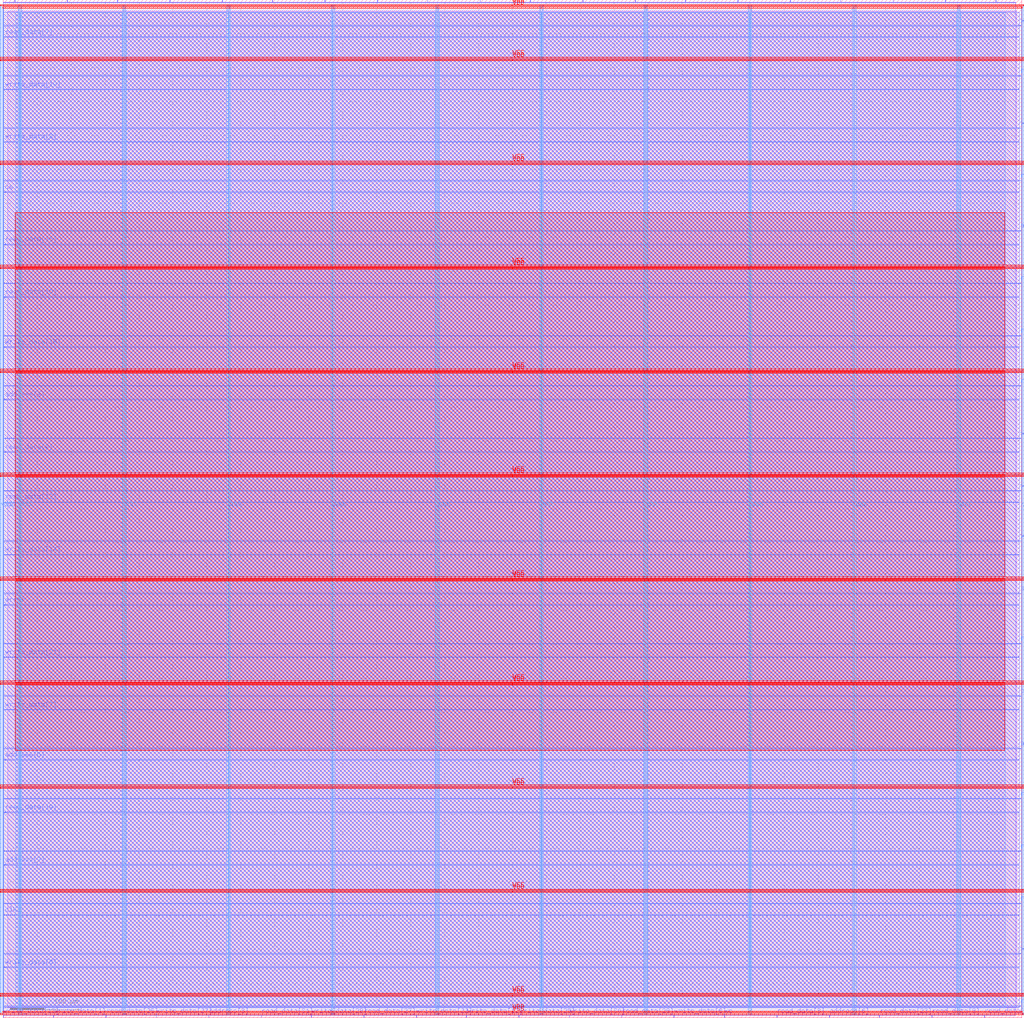
<source format=lef>
VERSION 5.7 ;
  NOWIREEXTENSIONATPIN ON ;
  DIVIDERCHAR "/" ;
  BUSBITCHARS "[]" ;
MACRO top_tukka_proj
  CLASS BLOCK ;
  FOREIGN top_tukka_proj ;
  ORIGIN 0.000 0.000 ;
  SIZE 1500.000 BY 1500.000 ;
  PIN VDD
    DIRECTION INOUT ;
    USE POWER ;
    PORT
      LAYER Metal4 ;
        RECT -0.880 8.080 0.720 1489.360 ;
    END
    PORT
      LAYER Metal5 ;
        RECT -0.880 8.080 1500.560 9.680 ;
    END
    PORT
      LAYER Metal5 ;
        RECT -0.880 1487.760 1500.560 1489.360 ;
    END
    PORT
      LAYER Metal4 ;
        RECT 1498.960 8.080 1500.560 1489.360 ;
    END
    PORT
      LAYER Metal4 ;
        RECT 22.240 4.780 23.840 1492.660 ;
    END
    PORT
      LAYER Metal4 ;
        RECT 175.840 4.780 177.440 1492.660 ;
    END
    PORT
      LAYER Metal4 ;
        RECT 329.440 4.780 331.040 1492.660 ;
    END
    PORT
      LAYER Metal4 ;
        RECT 483.040 4.780 484.640 1492.660 ;
    END
    PORT
      LAYER Metal4 ;
        RECT 636.640 4.780 638.240 1492.660 ;
    END
    PORT
      LAYER Metal4 ;
        RECT 790.240 4.780 791.840 1492.660 ;
    END
    PORT
      LAYER Metal4 ;
        RECT 943.840 4.780 945.440 1492.660 ;
    END
    PORT
      LAYER Metal4 ;
        RECT 1097.440 4.780 1099.040 1492.660 ;
    END
    PORT
      LAYER Metal4 ;
        RECT 1251.040 4.780 1252.640 1492.660 ;
    END
    PORT
      LAYER Metal4 ;
        RECT 1404.640 4.780 1406.240 1492.660 ;
    END
    PORT
      LAYER Metal5 ;
        RECT -4.180 31.530 1503.860 33.130 ;
    END
    PORT
      LAYER Metal5 ;
        RECT -4.180 184.710 1503.860 186.310 ;
    END
    PORT
      LAYER Metal5 ;
        RECT -4.180 337.890 1503.860 339.490 ;
    END
    PORT
      LAYER Metal5 ;
        RECT -4.180 491.070 1503.860 492.670 ;
    END
    PORT
      LAYER Metal5 ;
        RECT -4.180 644.250 1503.860 645.850 ;
    END
    PORT
      LAYER Metal5 ;
        RECT -4.180 797.430 1503.860 799.030 ;
    END
    PORT
      LAYER Metal5 ;
        RECT -4.180 950.610 1503.860 952.210 ;
    END
    PORT
      LAYER Metal5 ;
        RECT -4.180 1103.790 1503.860 1105.390 ;
    END
    PORT
      LAYER Metal5 ;
        RECT -4.180 1256.970 1503.860 1258.570 ;
    END
    PORT
      LAYER Metal5 ;
        RECT -4.180 1410.150 1503.860 1411.750 ;
    END
  END VDD
  PIN VSS
    DIRECTION INOUT ;
    USE GROUND ;
    PORT
      LAYER Metal4 ;
        RECT -4.180 4.780 -2.580 1492.660 ;
    END
    PORT
      LAYER Metal5 ;
        RECT -4.180 4.780 1503.860 6.380 ;
    END
    PORT
      LAYER Metal5 ;
        RECT -4.180 1491.060 1503.860 1492.660 ;
    END
    PORT
      LAYER Metal4 ;
        RECT 1502.260 4.780 1503.860 1492.660 ;
    END
    PORT
      LAYER Metal4 ;
        RECT 25.540 4.780 27.140 1492.660 ;
    END
    PORT
      LAYER Metal4 ;
        RECT 179.140 4.780 180.740 1492.660 ;
    END
    PORT
      LAYER Metal4 ;
        RECT 332.740 4.780 334.340 1492.660 ;
    END
    PORT
      LAYER Metal4 ;
        RECT 486.340 4.780 487.940 1492.660 ;
    END
    PORT
      LAYER Metal4 ;
        RECT 639.940 4.780 641.540 1492.660 ;
    END
    PORT
      LAYER Metal4 ;
        RECT 793.540 4.780 795.140 1492.660 ;
    END
    PORT
      LAYER Metal4 ;
        RECT 947.140 4.780 948.740 1492.660 ;
    END
    PORT
      LAYER Metal4 ;
        RECT 1100.740 4.780 1102.340 1492.660 ;
    END
    PORT
      LAYER Metal4 ;
        RECT 1254.340 4.780 1255.940 1492.660 ;
    END
    PORT
      LAYER Metal4 ;
        RECT 1407.940 4.780 1409.540 1492.660 ;
    END
    PORT
      LAYER Metal5 ;
        RECT -4.180 34.830 1503.860 36.430 ;
    END
    PORT
      LAYER Metal5 ;
        RECT -4.180 188.010 1503.860 189.610 ;
    END
    PORT
      LAYER Metal5 ;
        RECT -4.180 341.190 1503.860 342.790 ;
    END
    PORT
      LAYER Metal5 ;
        RECT -4.180 494.370 1503.860 495.970 ;
    END
    PORT
      LAYER Metal5 ;
        RECT -4.180 647.550 1503.860 649.150 ;
    END
    PORT
      LAYER Metal5 ;
        RECT -4.180 800.730 1503.860 802.330 ;
    END
    PORT
      LAYER Metal5 ;
        RECT -4.180 953.910 1503.860 955.510 ;
    END
    PORT
      LAYER Metal5 ;
        RECT -4.180 1107.090 1503.860 1108.690 ;
    END
    PORT
      LAYER Metal5 ;
        RECT -4.180 1260.270 1503.860 1261.870 ;
    END
    PORT
      LAYER Metal5 ;
        RECT -4.180 1413.450 1503.860 1415.050 ;
    END
  END VSS
  PIN address[0]
    DIRECTION INPUT ;
    USE SIGNAL ;
    PORT
      LAYER Metal3 ;
        RECT 1496.000 1159.200 1499.000 1159.760 ;
    END
  END address[0]
  PIN address[1]
    DIRECTION INPUT ;
    USE SIGNAL ;
    PORT
      LAYER Metal2 ;
        RECT 853.440 1496.000 854.000 1499.000 ;
    END
  END address[1]
  PIN address[2]
    DIRECTION INPUT ;
    USE SIGNAL ;
    PORT
      LAYER Metal3 ;
        RECT 1.000 910.560 4.000 911.120 ;
    END
  END address[2]
  PIN address[3]
    DIRECTION INPUT ;
    USE SIGNAL ;
    PORT
      LAYER Metal2 ;
        RECT 302.400 1.000 302.960 4.000 ;
    END
  END address[3]
  PIN address[4]
    DIRECTION INPUT ;
    USE SIGNAL ;
    PORT
      LAYER Metal3 ;
        RECT 1496.000 396.480 1499.000 397.040 ;
    END
  END address[4]
  PIN address[5]
    DIRECTION INPUT ;
    USE SIGNAL ;
    PORT
      LAYER Metal3 ;
        RECT 1.000 379.680 4.000 380.240 ;
    END
  END address[5]
  PIN address[6]
    DIRECTION INPUT ;
    USE SIGNAL ;
    PORT
      LAYER Metal2 ;
        RECT 1216.320 1.000 1216.880 4.000 ;
    END
  END address[6]
  PIN address[7]
    DIRECTION INPUT ;
    USE SIGNAL ;
    PORT
      LAYER Metal3 ;
        RECT 1.000 225.120 4.000 225.680 ;
    END
  END address[7]
  PIN clk1
    DIRECTION INPUT ;
    USE SIGNAL ;
    PORT
      LAYER Metal3 ;
        RECT 1.000 151.200 4.000 151.760 ;
    END
  END clk1
  PIN clk2
    DIRECTION INPUT ;
    USE SIGNAL ;
    PORT
      LAYER Metal3 ;
        RECT 1496.000 473.760 1499.000 474.320 ;
    END
  END clk2
  PIN cs
    DIRECTION INPUT ;
    USE SIGNAL ;
    PORT
      LAYER Metal3 ;
        RECT 1.000 1216.320 4.000 1216.880 ;
    END
  END cs
  PIN error
    DIRECTION OUTPUT TRISTATE ;
    USE SIGNAL ;
    PORT
      LAYER Metal3 ;
        RECT 1.000 608.160 4.000 608.720 ;
    END
  END error
  PIN read_data[0]
    DIRECTION OUTPUT TRISTATE ;
    USE SIGNAL ;
    PORT
      LAYER Metal2 ;
        RECT 1444.800 1.000 1445.360 4.000 ;
    END
  END read_data[0]
  PIN read_data[10]
    DIRECTION OUTPUT TRISTATE ;
    USE SIGNAL ;
    PORT
      LAYER Metal3 ;
        RECT 1.000 1061.760 4.000 1062.320 ;
    END
  END read_data[10]
  PIN read_data[11]
    DIRECTION OUTPUT TRISTATE ;
    USE SIGNAL ;
    PORT
      LAYER Metal2 ;
        RECT 16.800 1496.000 17.360 1499.000 ;
    END
  END read_data[11]
  PIN read_data[12]
    DIRECTION OUTPUT TRISTATE ;
    USE SIGNAL ;
    PORT
      LAYER Metal3 ;
        RECT 1.000 759.360 4.000 759.920 ;
    END
  END read_data[12]
  PIN read_data[13]
    DIRECTION OUTPUT TRISTATE ;
    USE SIGNAL ;
    PORT
      LAYER Metal2 ;
        RECT 930.720 1496.000 931.280 1499.000 ;
    END
  END read_data[13]
  PIN read_data[14]
    DIRECTION OUTPUT TRISTATE ;
    USE SIGNAL ;
    PORT
      LAYER Metal3 ;
        RECT 1496.000 322.560 1499.000 323.120 ;
    END
  END read_data[14]
  PIN read_data[15]
    DIRECTION OUTPUT TRISTATE ;
    USE SIGNAL ;
    PORT
      LAYER Metal3 ;
        RECT 1.000 1139.040 4.000 1139.600 ;
    END
  END read_data[15]
  PIN read_data[16]
    DIRECTION OUTPUT TRISTATE ;
    USE SIGNAL ;
    PORT
      LAYER Metal3 ;
        RECT 1496.000 551.040 1499.000 551.600 ;
    END
  END read_data[16]
  PIN read_data[17]
    DIRECTION OUTPUT TRISTATE ;
    USE SIGNAL ;
    PORT
      LAYER Metal2 ;
        RECT 1387.680 1496.000 1388.240 1499.000 ;
    END
  END read_data[17]
  PIN read_data[18]
    DIRECTION OUTPUT TRISTATE ;
    USE SIGNAL ;
    PORT
      LAYER Metal3 ;
        RECT 1496.000 1081.920 1499.000 1082.480 ;
    END
  END read_data[18]
  PIN read_data[19]
    DIRECTION OUTPUT TRISTATE ;
    USE SIGNAL ;
    PORT
      LAYER Metal3 ;
        RECT 1.000 302.400 4.000 302.960 ;
    END
  END read_data[19]
  PIN read_data[1]
    DIRECTION OUTPUT TRISTATE ;
    USE SIGNAL ;
    PORT
      LAYER Metal3 ;
        RECT 1496.000 1387.680 1499.000 1388.240 ;
    END
  END read_data[1]
  PIN read_data[20]
    DIRECTION OUTPUT TRISTATE ;
    USE SIGNAL ;
    PORT
      LAYER Metal3 ;
        RECT 1496.000 930.720 1499.000 931.280 ;
    END
  END read_data[20]
  PIN read_data[21]
    DIRECTION OUTPUT TRISTATE ;
    USE SIGNAL ;
    PORT
      LAYER Metal2 ;
        RECT 473.760 1496.000 474.320 1499.000 ;
    END
  END read_data[21]
  PIN read_data[22]
    DIRECTION OUTPUT TRISTATE ;
    USE SIGNAL ;
    PORT
      LAYER Metal3 ;
        RECT 1496.000 1233.120 1499.000 1233.680 ;
    END
  END read_data[22]
  PIN read_data[23]
    DIRECTION OUTPUT TRISTATE ;
    USE SIGNAL ;
    PORT
      LAYER Metal2 ;
        RECT 1290.240 1.000 1290.800 4.000 ;
    END
  END read_data[23]
  PIN read_data[24]
    DIRECTION OUTPUT TRISTATE ;
    USE SIGNAL ;
    PORT
      LAYER Metal3 ;
        RECT 1496.000 168.000 1499.000 168.560 ;
    END
  END read_data[24]
  PIN read_data[25]
    DIRECTION OUTPUT TRISTATE ;
    USE SIGNAL ;
    PORT
      LAYER Metal2 ;
        RECT 151.200 1.000 151.760 4.000 ;
    END
  END read_data[25]
  PIN read_data[26]
    DIRECTION OUTPUT TRISTATE ;
    USE SIGNAL ;
    PORT
      LAYER Metal2 ;
        RECT 1004.640 1496.000 1005.200 1499.000 ;
    END
  END read_data[26]
  PIN read_data[27]
    DIRECTION OUTPUT TRISTATE ;
    USE SIGNAL ;
    PORT
      LAYER Metal2 ;
        RECT 530.880 1.000 531.440 4.000 ;
    END
  END read_data[27]
  PIN read_data[28]
    DIRECTION OUTPUT TRISTATE ;
    USE SIGNAL ;
    PORT
      LAYER Metal2 ;
        RECT 910.560 1.000 911.120 4.000 ;
    END
  END read_data[28]
  PIN read_data[29]
    DIRECTION OUTPUT TRISTATE ;
    USE SIGNAL ;
    PORT
      LAYER Metal3 ;
        RECT 1496.000 1004.640 1499.000 1005.200 ;
    END
  END read_data[29]
  PIN read_data[2]
    DIRECTION OUTPUT TRISTATE ;
    USE SIGNAL ;
    PORT
      LAYER Metal3 ;
        RECT 1.000 833.280 4.000 833.840 ;
    END
  END read_data[2]
  PIN read_data[30]
    DIRECTION OUTPUT TRISTATE ;
    USE SIGNAL ;
    PORT
      LAYER Metal2 ;
        RECT 94.080 1496.000 94.640 1499.000 ;
    END
  END read_data[30]
  PIN read_data[31]
    DIRECTION OUTPUT TRISTATE ;
    USE SIGNAL ;
    PORT
      LAYER Metal2 ;
        RECT 379.680 1.000 380.240 4.000 ;
    END
  END read_data[31]
  PIN read_data[3]
    DIRECTION OUTPUT TRISTATE ;
    USE SIGNAL ;
    PORT
      LAYER Metal2 ;
        RECT 1139.040 1.000 1139.600 4.000 ;
    END
  END read_data[3]
  PIN read_data[4]
    DIRECTION OUTPUT TRISTATE ;
    USE SIGNAL ;
    PORT
      LAYER Metal2 ;
        RECT 1159.200 1496.000 1159.760 1499.000 ;
    END
  END read_data[4]
  PIN read_data[5]
    DIRECTION OUTPUT TRISTATE ;
    USE SIGNAL ;
    PORT
      LAYER Metal3 ;
        RECT 1496.000 16.800 1499.000 17.360 ;
    END
  END read_data[5]
  PIN read_data[6]
    DIRECTION OUTPUT TRISTATE ;
    USE SIGNAL ;
    PORT
      LAYER Metal2 ;
        RECT 551.040 1496.000 551.600 1499.000 ;
    END
  END read_data[6]
  PIN read_data[7]
    DIRECTION OUTPUT TRISTATE ;
    USE SIGNAL ;
    PORT
      LAYER Metal3 ;
        RECT 1.000 1444.800 4.000 1445.360 ;
    END
  END read_data[7]
  PIN read_data[8]
    DIRECTION OUTPUT TRISTATE ;
    USE SIGNAL ;
    PORT
      LAYER Metal2 ;
        RECT 1367.520 1.000 1368.080 4.000 ;
    END
  END read_data[8]
  PIN read_data[9]
    DIRECTION OUTPUT TRISTATE ;
    USE SIGNAL ;
    PORT
      LAYER Metal2 ;
        RECT 624.960 1496.000 625.520 1499.000 ;
    END
  END read_data[9]
  PIN reset_n
    DIRECTION INPUT ;
    USE SIGNAL ;
    PORT
      LAYER Metal3 ;
        RECT 1496.000 245.280 1499.000 245.840 ;
    END
  END reset_n
  PIN sel_clk2
    DIRECTION INPUT ;
    USE SIGNAL ;
    PORT
      LAYER Metal3 ;
        RECT 1496.000 624.960 1499.000 625.520 ;
    END
  END sel_clk2
  PIN we
    DIRECTION INPUT ;
    USE SIGNAL ;
    PORT
      LAYER Metal2 ;
        RECT 1061.760 1.000 1062.320 4.000 ;
    END
  END we
  PIN write_data[0]
    DIRECTION INPUT ;
    USE SIGNAL ;
    PORT
      LAYER Metal3 ;
        RECT 1.000 73.920 4.000 74.480 ;
    END
  END write_data[0]
  PIN write_data[10]
    DIRECTION INPUT ;
    USE SIGNAL ;
    PORT
      LAYER Metal3 ;
        RECT 1.000 1367.520 4.000 1368.080 ;
    END
  END write_data[10]
  PIN write_data[11]
    DIRECTION INPUT ;
    USE SIGNAL ;
    PORT
      LAYER Metal2 ;
        RECT 776.160 1496.000 776.720 1499.000 ;
    END
  END write_data[11]
  PIN write_data[12]
    DIRECTION INPUT ;
    USE SIGNAL ;
    PORT
      LAYER Metal2 ;
        RECT 682.080 1.000 682.640 4.000 ;
    END
  END write_data[12]
  PIN write_data[13]
    DIRECTION INPUT ;
    USE SIGNAL ;
    PORT
      LAYER Metal2 ;
        RECT 0.000 1.000 0.560 4.000 ;
    END
  END write_data[13]
  PIN write_data[14]
    DIRECTION INPUT ;
    USE SIGNAL ;
    PORT
      LAYER Metal3 ;
        RECT 1.000 682.080 4.000 682.640 ;
    END
  END write_data[14]
  PIN write_data[15]
    DIRECTION INPUT ;
    USE SIGNAL ;
    PORT
      LAYER Metal2 ;
        RECT 702.240 1496.000 702.800 1499.000 ;
    END
  END write_data[15]
  PIN write_data[16]
    DIRECTION INPUT ;
    USE SIGNAL ;
    PORT
      LAYER Metal2 ;
        RECT 1081.920 1496.000 1082.480 1499.000 ;
    END
  END write_data[16]
  PIN write_data[17]
    DIRECTION INPUT ;
    USE SIGNAL ;
    PORT
      LAYER Metal2 ;
        RECT 1461.600 1496.000 1462.160 1499.000 ;
    END
  END write_data[17]
  PIN write_data[18]
    DIRECTION INPUT ;
    USE SIGNAL ;
    PORT
      LAYER Metal2 ;
        RECT 322.560 1496.000 323.120 1499.000 ;
    END
  END write_data[18]
  PIN write_data[19]
    DIRECTION INPUT ;
    USE SIGNAL ;
    PORT
      LAYER Metal3 ;
        RECT 1.000 987.840 4.000 988.400 ;
    END
  END write_data[19]
  PIN write_data[1]
    DIRECTION INPUT ;
    USE SIGNAL ;
    PORT
      LAYER Metal2 ;
        RECT 73.920 1.000 74.480 4.000 ;
    END
  END write_data[1]
  PIN write_data[20]
    DIRECTION INPUT ;
    USE SIGNAL ;
    PORT
      LAYER Metal3 ;
        RECT 1496.000 1461.600 1499.000 1462.160 ;
    END
  END write_data[20]
  PIN write_data[21]
    DIRECTION INPUT ;
    USE SIGNAL ;
    PORT
      LAYER Metal3 ;
        RECT 1.000 530.880 4.000 531.440 ;
    END
  END write_data[21]
  PIN write_data[22]
    DIRECTION INPUT ;
    USE SIGNAL ;
    PORT
      LAYER Metal2 ;
        RECT 608.160 1.000 608.720 4.000 ;
    END
  END write_data[22]
  PIN write_data[23]
    DIRECTION INPUT ;
    USE SIGNAL ;
    PORT
      LAYER Metal3 ;
        RECT 1496.000 1310.400 1499.000 1310.960 ;
    END
  END write_data[23]
  PIN write_data[24]
    DIRECTION INPUT ;
    USE SIGNAL ;
    PORT
      LAYER Metal3 ;
        RECT 1496.000 94.080 1499.000 94.640 ;
    END
  END write_data[24]
  PIN write_data[25]
    DIRECTION INPUT ;
    USE SIGNAL ;
    PORT
      LAYER Metal2 ;
        RECT 245.280 1496.000 245.840 1499.000 ;
    END
  END write_data[25]
  PIN write_data[26]
    DIRECTION INPUT ;
    USE SIGNAL ;
    PORT
      LAYER Metal3 ;
        RECT 1496.000 776.160 1499.000 776.720 ;
    END
  END write_data[26]
  PIN write_data[27]
    DIRECTION INPUT ;
    USE SIGNAL ;
    PORT
      LAYER Metal2 ;
        RECT 225.120 1.000 225.680 4.000 ;
    END
  END write_data[27]
  PIN write_data[28]
    DIRECTION INPUT ;
    USE SIGNAL ;
    PORT
      LAYER Metal2 ;
        RECT 453.600 1.000 454.160 4.000 ;
    END
  END write_data[28]
  PIN write_data[29]
    DIRECTION INPUT ;
    USE SIGNAL ;
    PORT
      LAYER Metal2 ;
        RECT 759.360 1.000 759.920 4.000 ;
    END
  END write_data[29]
  PIN write_data[2]
    DIRECTION INPUT ;
    USE SIGNAL ;
    PORT
      LAYER Metal3 ;
        RECT 1496.000 853.440 1499.000 854.000 ;
    END
  END write_data[2]
  PIN write_data[30]
    DIRECTION INPUT ;
    USE SIGNAL ;
    PORT
      LAYER Metal2 ;
        RECT 833.280 1.000 833.840 4.000 ;
    END
  END write_data[30]
  PIN write_data[31]
    DIRECTION INPUT ;
    USE SIGNAL ;
    PORT
      LAYER Metal2 ;
        RECT 1310.400 1496.000 1310.960 1499.000 ;
    END
  END write_data[31]
  PIN write_data[3]
    DIRECTION INPUT ;
    USE SIGNAL ;
    PORT
      LAYER Metal2 ;
        RECT 1233.120 1496.000 1233.680 1499.000 ;
    END
  END write_data[3]
  PIN write_data[4]
    DIRECTION INPUT ;
    USE SIGNAL ;
    PORT
      LAYER Metal2 ;
        RECT 168.000 1496.000 168.560 1499.000 ;
    END
  END write_data[4]
  PIN write_data[5]
    DIRECTION INPUT ;
    USE SIGNAL ;
    PORT
      LAYER Metal2 ;
        RECT 396.480 1496.000 397.040 1499.000 ;
    END
  END write_data[5]
  PIN write_data[6]
    DIRECTION INPUT ;
    USE SIGNAL ;
    PORT
      LAYER Metal2 ;
        RECT 987.840 1.000 988.400 4.000 ;
    END
  END write_data[6]
  PIN write_data[7]
    DIRECTION INPUT ;
    USE SIGNAL ;
    PORT
      LAYER Metal3 ;
        RECT 1.000 453.600 4.000 454.160 ;
    END
  END write_data[7]
  PIN write_data[8]
    DIRECTION INPUT ;
    USE SIGNAL ;
    PORT
      LAYER Metal3 ;
        RECT 1.000 1290.240 4.000 1290.800 ;
    END
  END write_data[8]
  PIN write_data[9]
    DIRECTION INPUT ;
    USE SIGNAL ;
    PORT
      LAYER Metal3 ;
        RECT 1496.000 702.240 1499.000 702.800 ;
    END
  END write_data[9]
  OBS
      LAYER Metal1 ;
        RECT 6.720 15.380 1492.960 1482.730 ;
      LAYER Metal2 ;
        RECT 0.140 1495.700 16.500 1496.000 ;
        RECT 17.660 1495.700 93.780 1496.000 ;
        RECT 94.940 1495.700 167.700 1496.000 ;
        RECT 168.860 1495.700 244.980 1496.000 ;
        RECT 246.140 1495.700 322.260 1496.000 ;
        RECT 323.420 1495.700 396.180 1496.000 ;
        RECT 397.340 1495.700 473.460 1496.000 ;
        RECT 474.620 1495.700 550.740 1496.000 ;
        RECT 551.900 1495.700 624.660 1496.000 ;
        RECT 625.820 1495.700 701.940 1496.000 ;
        RECT 703.100 1495.700 775.860 1496.000 ;
        RECT 777.020 1495.700 853.140 1496.000 ;
        RECT 854.300 1495.700 930.420 1496.000 ;
        RECT 931.580 1495.700 1004.340 1496.000 ;
        RECT 1005.500 1495.700 1081.620 1496.000 ;
        RECT 1082.780 1495.700 1158.900 1496.000 ;
        RECT 1160.060 1495.700 1232.820 1496.000 ;
        RECT 1233.980 1495.700 1310.100 1496.000 ;
        RECT 1311.260 1495.700 1387.380 1496.000 ;
        RECT 1388.540 1495.700 1461.300 1496.000 ;
        RECT 1462.460 1495.700 1491.140 1496.000 ;
        RECT 0.140 4.300 1491.140 1495.700 ;
        RECT 0.860 4.000 73.620 4.300 ;
        RECT 74.780 4.000 150.900 4.300 ;
        RECT 152.060 4.000 224.820 4.300 ;
        RECT 225.980 4.000 302.100 4.300 ;
        RECT 303.260 4.000 379.380 4.300 ;
        RECT 380.540 4.000 453.300 4.300 ;
        RECT 454.460 4.000 530.580 4.300 ;
        RECT 531.740 4.000 607.860 4.300 ;
        RECT 609.020 4.000 681.780 4.300 ;
        RECT 682.940 4.000 759.060 4.300 ;
        RECT 760.220 4.000 832.980 4.300 ;
        RECT 834.140 4.000 910.260 4.300 ;
        RECT 911.420 4.000 987.540 4.300 ;
        RECT 988.700 4.000 1061.460 4.300 ;
        RECT 1062.620 4.000 1138.740 4.300 ;
        RECT 1139.900 4.000 1216.020 4.300 ;
        RECT 1217.180 4.000 1289.940 4.300 ;
        RECT 1291.100 4.000 1367.220 4.300 ;
        RECT 1368.380 4.000 1444.500 4.300 ;
        RECT 1445.660 4.000 1491.140 4.300 ;
      LAYER Metal3 ;
        RECT 0.090 1462.460 1496.000 1481.900 ;
        RECT 0.090 1461.300 1495.700 1462.460 ;
        RECT 0.090 1445.660 1496.000 1461.300 ;
        RECT 0.090 1444.500 0.700 1445.660 ;
        RECT 4.300 1444.500 1496.000 1445.660 ;
        RECT 0.090 1388.540 1496.000 1444.500 ;
        RECT 0.090 1387.380 1495.700 1388.540 ;
        RECT 0.090 1368.380 1496.000 1387.380 ;
        RECT 0.090 1367.220 0.700 1368.380 ;
        RECT 4.300 1367.220 1496.000 1368.380 ;
        RECT 0.090 1311.260 1496.000 1367.220 ;
        RECT 0.090 1310.100 1495.700 1311.260 ;
        RECT 0.090 1291.100 1496.000 1310.100 ;
        RECT 0.090 1289.940 0.700 1291.100 ;
        RECT 4.300 1289.940 1496.000 1291.100 ;
        RECT 0.090 1233.980 1496.000 1289.940 ;
        RECT 0.090 1232.820 1495.700 1233.980 ;
        RECT 0.090 1217.180 1496.000 1232.820 ;
        RECT 0.090 1216.020 0.700 1217.180 ;
        RECT 4.300 1216.020 1496.000 1217.180 ;
        RECT 0.090 1160.060 1496.000 1216.020 ;
        RECT 0.090 1158.900 1495.700 1160.060 ;
        RECT 0.090 1139.900 1496.000 1158.900 ;
        RECT 0.090 1138.740 0.700 1139.900 ;
        RECT 4.300 1138.740 1496.000 1139.900 ;
        RECT 0.090 1082.780 1496.000 1138.740 ;
        RECT 0.090 1081.620 1495.700 1082.780 ;
        RECT 0.090 1062.620 1496.000 1081.620 ;
        RECT 0.090 1061.460 0.700 1062.620 ;
        RECT 4.300 1061.460 1496.000 1062.620 ;
        RECT 0.090 1005.500 1496.000 1061.460 ;
        RECT 0.090 1004.340 1495.700 1005.500 ;
        RECT 0.090 988.700 1496.000 1004.340 ;
        RECT 0.090 987.540 0.700 988.700 ;
        RECT 4.300 987.540 1496.000 988.700 ;
        RECT 0.090 931.580 1496.000 987.540 ;
        RECT 0.090 930.420 1495.700 931.580 ;
        RECT 0.090 911.420 1496.000 930.420 ;
        RECT 0.090 910.260 0.700 911.420 ;
        RECT 4.300 910.260 1496.000 911.420 ;
        RECT 0.090 854.300 1496.000 910.260 ;
        RECT 0.090 853.140 1495.700 854.300 ;
        RECT 0.090 834.140 1496.000 853.140 ;
        RECT 0.090 832.980 0.700 834.140 ;
        RECT 4.300 832.980 1496.000 834.140 ;
        RECT 0.090 777.020 1496.000 832.980 ;
        RECT 0.090 775.860 1495.700 777.020 ;
        RECT 0.090 760.220 1496.000 775.860 ;
        RECT 0.090 759.060 0.700 760.220 ;
        RECT 4.300 759.060 1496.000 760.220 ;
        RECT 0.090 703.100 1496.000 759.060 ;
        RECT 0.090 701.940 1495.700 703.100 ;
        RECT 0.090 682.940 1496.000 701.940 ;
        RECT 0.090 681.780 0.700 682.940 ;
        RECT 4.300 681.780 1496.000 682.940 ;
        RECT 0.090 625.820 1496.000 681.780 ;
        RECT 0.090 624.660 1495.700 625.820 ;
        RECT 0.090 609.020 1496.000 624.660 ;
        RECT 0.090 607.860 0.700 609.020 ;
        RECT 4.300 607.860 1496.000 609.020 ;
        RECT 0.090 551.900 1496.000 607.860 ;
        RECT 0.090 550.740 1495.700 551.900 ;
        RECT 0.090 531.740 1496.000 550.740 ;
        RECT 0.090 530.580 0.700 531.740 ;
        RECT 4.300 530.580 1496.000 531.740 ;
        RECT 0.090 474.620 1496.000 530.580 ;
        RECT 0.090 473.460 1495.700 474.620 ;
        RECT 0.090 454.460 1496.000 473.460 ;
        RECT 0.090 453.300 0.700 454.460 ;
        RECT 4.300 453.300 1496.000 454.460 ;
        RECT 0.090 397.340 1496.000 453.300 ;
        RECT 0.090 396.180 1495.700 397.340 ;
        RECT 0.090 380.540 1496.000 396.180 ;
        RECT 0.090 379.380 0.700 380.540 ;
        RECT 4.300 379.380 1496.000 380.540 ;
        RECT 0.090 323.420 1496.000 379.380 ;
        RECT 0.090 322.260 1495.700 323.420 ;
        RECT 0.090 303.260 1496.000 322.260 ;
        RECT 0.090 302.100 0.700 303.260 ;
        RECT 4.300 302.100 1496.000 303.260 ;
        RECT 0.090 246.140 1496.000 302.100 ;
        RECT 0.090 244.980 1495.700 246.140 ;
        RECT 0.090 225.980 1496.000 244.980 ;
        RECT 0.090 224.820 0.700 225.980 ;
        RECT 4.300 224.820 1496.000 225.980 ;
        RECT 0.090 168.860 1496.000 224.820 ;
        RECT 0.090 167.700 1495.700 168.860 ;
        RECT 0.090 152.060 1496.000 167.700 ;
        RECT 0.090 150.900 0.700 152.060 ;
        RECT 4.300 150.900 1496.000 152.060 ;
        RECT 0.090 94.940 1496.000 150.900 ;
        RECT 0.090 93.780 1495.700 94.940 ;
        RECT 0.090 74.780 1496.000 93.780 ;
        RECT 0.090 73.620 0.700 74.780 ;
        RECT 4.300 73.620 1496.000 74.780 ;
        RECT 0.090 17.660 1496.000 73.620 ;
        RECT 0.090 16.500 1495.700 17.660 ;
        RECT 0.090 14.700 1496.000 16.500 ;
      LAYER Metal4 ;
        RECT 18.060 14.650 21.940 1481.110 ;
        RECT 24.140 14.650 25.240 1481.110 ;
        RECT 27.440 14.650 175.540 1481.110 ;
        RECT 177.740 14.650 178.840 1481.110 ;
        RECT 181.040 14.650 329.140 1481.110 ;
        RECT 331.340 14.650 332.440 1481.110 ;
        RECT 334.640 14.650 482.740 1481.110 ;
        RECT 484.940 14.650 486.040 1481.110 ;
        RECT 488.240 14.650 636.340 1481.110 ;
        RECT 638.540 14.650 639.640 1481.110 ;
        RECT 641.840 14.650 789.940 1481.110 ;
        RECT 792.140 14.650 793.240 1481.110 ;
        RECT 795.440 14.650 943.540 1481.110 ;
        RECT 945.740 14.650 946.840 1481.110 ;
        RECT 949.040 14.650 1097.140 1481.110 ;
        RECT 1099.340 14.650 1100.440 1481.110 ;
        RECT 1102.640 14.650 1250.740 1481.110 ;
        RECT 1252.940 14.650 1254.040 1481.110 ;
        RECT 1256.240 14.650 1404.340 1481.110 ;
        RECT 1406.540 14.650 1407.640 1481.110 ;
        RECT 1409.840 14.650 1475.460 1481.110 ;
      LAYER Metal5 ;
        RECT 17.980 1109.190 1474.980 1186.020 ;
        RECT 17.980 1105.890 1474.980 1106.590 ;
        RECT 17.980 956.010 1474.980 1103.290 ;
        RECT 17.980 952.710 1474.980 953.410 ;
        RECT 17.980 802.830 1474.980 950.110 ;
        RECT 17.980 799.530 1474.980 800.230 ;
        RECT 17.980 649.650 1474.980 796.930 ;
        RECT 17.980 646.350 1474.980 647.050 ;
        RECT 17.980 496.470 1474.980 643.750 ;
        RECT 17.980 493.170 1474.980 493.870 ;
        RECT 17.980 394.300 1474.980 490.570 ;
  END
END top_tukka_proj
END LIBRARY


</source>
